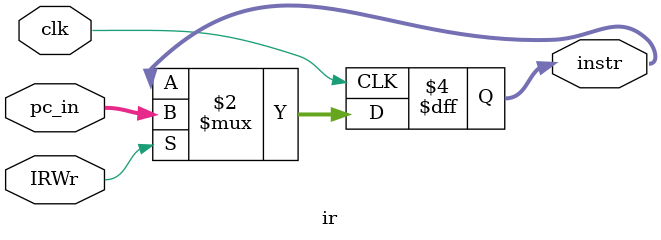
<source format=v>
module ir(clk,IRWr,pc_in,instr);
    input clk;
    input IRWr; // 指令寄存器写使能
    input [31:0] pc_in;// 指令存储器传来下一条指令
    output reg [31:0] instr; // 输出当前指令

    always@(posedge clk)
    begin
        if(IRWr) instr<=pc_in;
    end
endmodule
</source>
